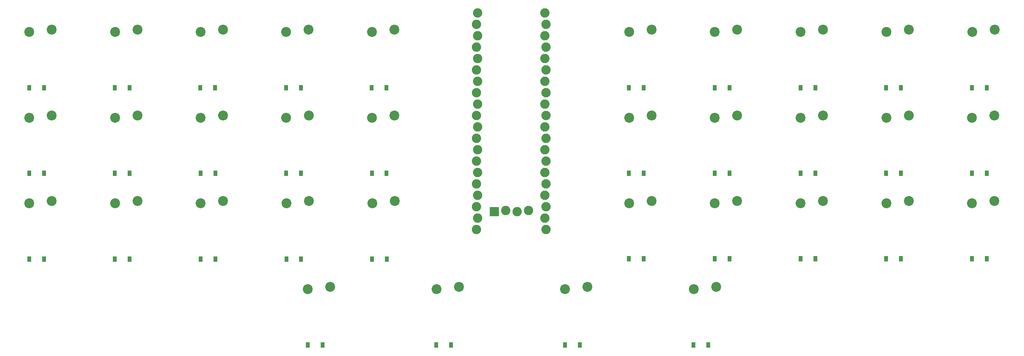
<source format=gts>
G04 #@! TF.GenerationSoftware,KiCad,Pcbnew,6.0.7*
G04 #@! TF.CreationDate,2022-09-06T10:42:03+02:00*
G04 #@! TF.ProjectId,box_o_alps,626f785f-6f5f-4616-9c70-732e6b696361,rev?*
G04 #@! TF.SameCoordinates,Original*
G04 #@! TF.FileFunction,Soldermask,Top*
G04 #@! TF.FilePolarity,Negative*
%FSLAX46Y46*%
G04 Gerber Fmt 4.6, Leading zero omitted, Abs format (unit mm)*
G04 Created by KiCad (PCBNEW 6.0.7) date 2022-09-06 10:42:03*
%MOMM*%
%LPD*%
G01*
G04 APERTURE LIST*
G04 Aperture macros list*
%AMRoundRect*
0 Rectangle with rounded corners*
0 $1 Rounding radius*
0 $2 $3 $4 $5 $6 $7 $8 $9 X,Y pos of 4 corners*
0 Add a 4 corners polygon primitive as box body*
4,1,4,$2,$3,$4,$5,$6,$7,$8,$9,$2,$3,0*
0 Add four circle primitives for the rounded corners*
1,1,$1+$1,$2,$3*
1,1,$1+$1,$4,$5*
1,1,$1+$1,$6,$7*
1,1,$1+$1,$8,$9*
0 Add four rect primitives between the rounded corners*
20,1,$1+$1,$2,$3,$4,$5,0*
20,1,$1+$1,$4,$5,$6,$7,0*
20,1,$1+$1,$6,$7,$8,$9,0*
20,1,$1+$1,$8,$9,$2,$3,0*%
G04 Aperture macros list end*
%ADD10C,2.200000*%
%ADD11R,0.900000X1.200000*%
%ADD12C,2.082800*%
%ADD13RoundRect,0.101600X0.939800X-0.939800X0.939800X0.939800X-0.939800X0.939800X-0.939800X-0.939800X0*%
G04 APERTURE END LIST*
D10*
X167725000Y-66570000D03*
D11*
X165990000Y-79475000D03*
X162690000Y-79475000D03*
D10*
X162725000Y-67070000D03*
X72280000Y-66600000D03*
D11*
X70545000Y-79505000D03*
D10*
X67280000Y-67100000D03*
D11*
X67245000Y-79505000D03*
D10*
X53160000Y-28400000D03*
D11*
X51425000Y-41305000D03*
X48125000Y-41305000D03*
D10*
X48160000Y-28900000D03*
X53180000Y-66600000D03*
D11*
X51445000Y-79505000D03*
X48145000Y-79505000D03*
D10*
X48180000Y-67100000D03*
X34080000Y-47501250D03*
D11*
X32345000Y-60406250D03*
X29045000Y-60406250D03*
D10*
X29080000Y-48001250D03*
X53167500Y-47501250D03*
D11*
X51432500Y-60406250D03*
D10*
X48167500Y-48001250D03*
D11*
X48132500Y-60406250D03*
D10*
X91320000Y-28400000D03*
D11*
X89585000Y-41305000D03*
X86285000Y-41305000D03*
D10*
X86320000Y-28900000D03*
D11*
X181802500Y-41330000D03*
D10*
X181837500Y-28925000D03*
D11*
X185102500Y-41330000D03*
D10*
X186837500Y-28425000D03*
X181832500Y-48015000D03*
D11*
X181797500Y-60420000D03*
X185097500Y-60420000D03*
D10*
X186832500Y-47515000D03*
X186832500Y-66570000D03*
D11*
X185097500Y-79475000D03*
D10*
X181832500Y-67070000D03*
D11*
X181797500Y-79475000D03*
D10*
X110430000Y-47501250D03*
D11*
X108695000Y-60406250D03*
D10*
X105430000Y-48001250D03*
D11*
X105395000Y-60406250D03*
D10*
X110400000Y-28400000D03*
D11*
X108665000Y-41305000D03*
D10*
X105400000Y-28900000D03*
D11*
X105365000Y-41305000D03*
D10*
X72240000Y-28400000D03*
D11*
X70505000Y-41305000D03*
D10*
X67240000Y-28900000D03*
D11*
X67205000Y-41305000D03*
D10*
X162725000Y-28925000D03*
D11*
X162690000Y-41330000D03*
X165990000Y-41330000D03*
D10*
X167725000Y-28425000D03*
X162725000Y-48015000D03*
D11*
X162690000Y-60420000D03*
X165990000Y-60420000D03*
D10*
X167725000Y-47515000D03*
X110480000Y-66605000D03*
D11*
X108745000Y-79510000D03*
D10*
X105480000Y-67105000D03*
D11*
X105445000Y-79510000D03*
X200905000Y-60420000D03*
D10*
X200940000Y-48015000D03*
D11*
X204205000Y-60420000D03*
D10*
X205940000Y-47515000D03*
X72255000Y-47501250D03*
D11*
X70520000Y-60406250D03*
D10*
X67255000Y-48001250D03*
D11*
X67220000Y-60406250D03*
D10*
X244155000Y-66570000D03*
D11*
X242420000Y-79475000D03*
X239120000Y-79475000D03*
D10*
X239155000Y-67070000D03*
X239155000Y-48015000D03*
D11*
X239120000Y-60420000D03*
X242420000Y-60420000D03*
D10*
X244155000Y-47515000D03*
D11*
X239140000Y-41330000D03*
D10*
X239175000Y-28925000D03*
D11*
X242440000Y-41330000D03*
D10*
X244175000Y-28425000D03*
X34080000Y-28400000D03*
D11*
X32345000Y-41305000D03*
D10*
X29080000Y-28900000D03*
D11*
X29045000Y-41305000D03*
D10*
X205940000Y-66570000D03*
D11*
X204205000Y-79475000D03*
D10*
X200940000Y-67070000D03*
D11*
X200905000Y-79475000D03*
D12*
X129007000Y-24700000D03*
X128753000Y-27240000D03*
X129007000Y-29780000D03*
X128753000Y-32320000D03*
X129007000Y-34860000D03*
X128753000Y-37400000D03*
X129007000Y-39940000D03*
X128753000Y-42480000D03*
X129007000Y-45020000D03*
X128753000Y-47560000D03*
X129007000Y-50100000D03*
X128753000Y-52640000D03*
X129007000Y-55180000D03*
X128753000Y-57720000D03*
X129007000Y-60260000D03*
X128753000Y-62800000D03*
X129007000Y-65340000D03*
X128753000Y-67880000D03*
X129007000Y-70420000D03*
X128753000Y-72960000D03*
X144247000Y-72960000D03*
X143993000Y-70420000D03*
X144247000Y-67880000D03*
X143993000Y-65340000D03*
X144247000Y-62800000D03*
X143993000Y-60260000D03*
X144247000Y-57720000D03*
X143993000Y-55180000D03*
X144247000Y-52640000D03*
X143993000Y-50100000D03*
X144247000Y-47560000D03*
X143993000Y-45020000D03*
X144247000Y-42480000D03*
X143993000Y-39940000D03*
X144247000Y-37400000D03*
X143993000Y-34860000D03*
X144247000Y-32320000D03*
X143993000Y-29780000D03*
X144247000Y-27240000D03*
X143993000Y-24700000D03*
D13*
X132690000Y-68977000D03*
D12*
X135230000Y-68723000D03*
X137770000Y-68977000D03*
X140310000Y-68723000D03*
D10*
X220062500Y-28925000D03*
D11*
X220027500Y-41330000D03*
X223327500Y-41330000D03*
D10*
X225062500Y-28425000D03*
X220047500Y-48015000D03*
D11*
X220012500Y-60420000D03*
X223312500Y-60420000D03*
D10*
X225047500Y-47515000D03*
D11*
X91090000Y-98630000D03*
D10*
X91125000Y-86225000D03*
D11*
X94390000Y-98630000D03*
D10*
X96125000Y-85725000D03*
D11*
X177080000Y-98630000D03*
D10*
X177115000Y-86225000D03*
D11*
X180380000Y-98630000D03*
D10*
X182115000Y-85725000D03*
X34080000Y-66600000D03*
D11*
X32345000Y-79505000D03*
D10*
X29080000Y-67100000D03*
D11*
X29045000Y-79505000D03*
D10*
X225047500Y-66570000D03*
D11*
X223312500Y-79475000D03*
D10*
X220047500Y-67070000D03*
D11*
X220012500Y-79475000D03*
D10*
X91342500Y-47501250D03*
D11*
X89607500Y-60406250D03*
D10*
X86342500Y-48001250D03*
D11*
X86307500Y-60406250D03*
D10*
X91380000Y-66600000D03*
D11*
X89645000Y-79505000D03*
X86345000Y-79505000D03*
D10*
X86380000Y-67100000D03*
D11*
X200915000Y-41330000D03*
D10*
X200950000Y-28925000D03*
D11*
X204215000Y-41330000D03*
D10*
X205950000Y-28425000D03*
D11*
X148416666Y-98630000D03*
D10*
X148451666Y-86225000D03*
D11*
X151716666Y-98630000D03*
D10*
X153451666Y-85725000D03*
D11*
X119753333Y-98630000D03*
D10*
X119788333Y-86225000D03*
D11*
X123053333Y-98630000D03*
D10*
X124788333Y-85725000D03*
M02*

</source>
